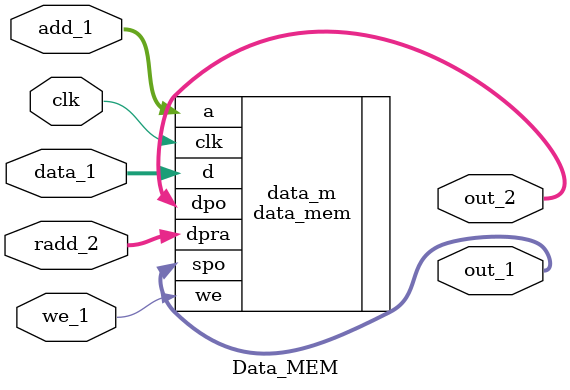
<source format=v>
`timescale 1ns / 1ps

/*
    ================================   Data_MEM module   ================================
    Author:         Wintermelon
    Last Edit:      2022.4.20

    This is the data memory.
    Use 256x32bit dist RAM
*/

module Data_MEM(
    input clk,
    input [7:0] add_1,
    input [31:0] data_1,
    input we_1,
    input [7:0] radd_2,
    output [31:0] out_1, out_2
);

    data_mem data_m (
    .a(add_1),        // input wire [7 : 0] a
    .d(data_1),        // input wire [31 : 0] d
    .dpra(radd_2),  // input wire [7 : 0] dpra
    .clk(clk),    // input wire clk
    .we(we_1),      // input wire we
    .spo(out_1),    // output wire [31 : 0] spo
    .dpo(out_2)    // output wire [31 : 0] dpo
    );
endmodule

</source>
